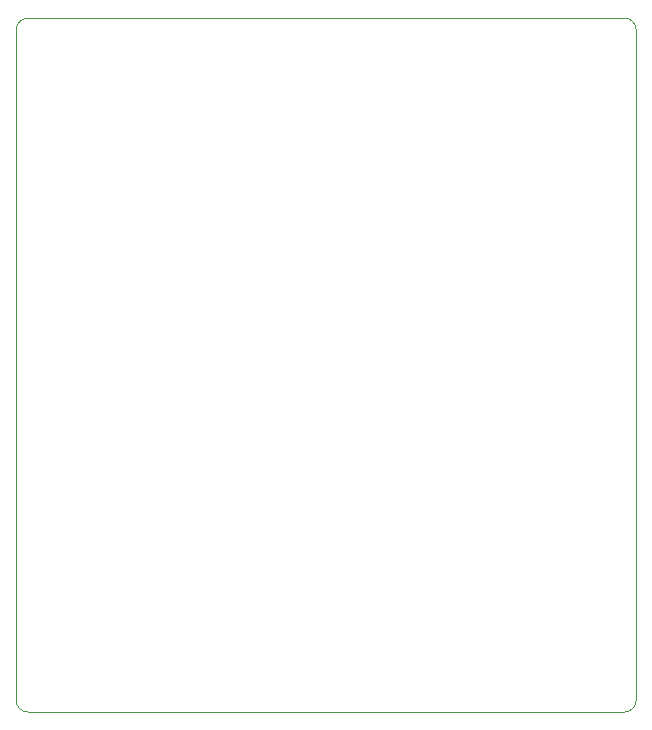
<source format=gm1>
G04 #@! TF.GenerationSoftware,KiCad,Pcbnew,(5.1.6)-1*
G04 #@! TF.CreationDate,2021-10-27T15:33:21+03:00*
G04 #@! TF.ProjectId,df_selector,64665f73-656c-4656-9374-6f722e6b6963,rev?*
G04 #@! TF.SameCoordinates,Original*
G04 #@! TF.FileFunction,Profile,NP*
%FSLAX46Y46*%
G04 Gerber Fmt 4.6, Leading zero omitted, Abs format (unit mm)*
G04 Created by KiCad (PCBNEW (5.1.6)-1) date 2021-10-27 15:33:21*
%MOMM*%
%LPD*%
G01*
G04 APERTURE LIST*
G04 #@! TA.AperFunction,Profile*
%ADD10C,0.100000*%
G04 #@! TD*
G04 APERTURE END LIST*
D10*
X74000000Y-119250000D02*
G75*
G02*
X73000000Y-118250000I0J1000000D01*
G01*
X73000000Y-61500000D02*
X73000000Y-118250000D01*
X74000000Y-119250000D02*
X124500000Y-119250000D01*
X125500000Y-118250000D02*
G75*
G02*
X124500000Y-119250000I-1000000J0D01*
G01*
X125500000Y-61500000D02*
X125500000Y-118250000D01*
X124500000Y-60500000D02*
G75*
G02*
X125500000Y-61500000I0J-1000000D01*
G01*
X74000000Y-60500000D02*
X124500000Y-60500000D01*
X73000000Y-61500000D02*
G75*
G02*
X74000000Y-60500000I1000000J0D01*
G01*
M02*

</source>
